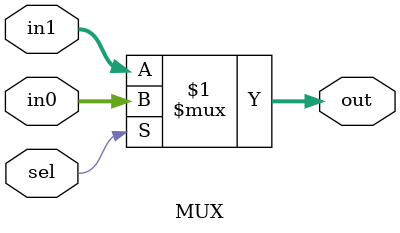
<source format=v>
module GCD_DataPath (gt, lt, eq, ldA, ldB, sel1, sel2, sel_in, data_in, clock);
    input ldA, ldB, sel1, sel2, sel_in, clock;
    input [15:0] data_in;
    output gt,lt,eq;
    wire [15:0] Aout, Bout, X, Y, Bus, SubOut;

    PIPO A (Aout, Bus, ldA, clock);
    PIPO B (Bout, Bus, ldB, clock);
    MUX MUX_in1 (X, Aout, Bout, sel1);
    MUX MUX_in2 (Y, Aout, Bout, sel2);
    MUX MUX_load (Bus, SubOut, data_in, sel_in);
    SUB SB (SubOut, X, Y);
    COMPARE COMP (lt, gt,eq, Aout, Bout);
endmodule

module PIPO (data_out, data_in, load, clock);
    input [15:0] data_in;
    input load, clock;
    output reg [15:0] data_out;
    
    always @(posedge clock)
        if (load)
            data_out <= data_in;
endmodule

module COMPARE (lt, gt, eq, data1, data2);
    input [15:0] data1, data2;
    output lt, gt, eq;
    
    assign lt = data1 < data2;
    assign gt = data1 > data2;
    assign eq = data1 == data2;
endmodule

module SUB (out, in1, in2);
    input [15:0] in1, in2;
    output reg [15:0] out;
    
    always @(*)
        out = in1 - in2;
endmodule

module MUX (out, in0, in1, sel);
    input [15:0] in0, in1;
    input sel;
    output [15:0] out;
    
    assign out = sel ? in0 : in1;
endmodule
</source>
